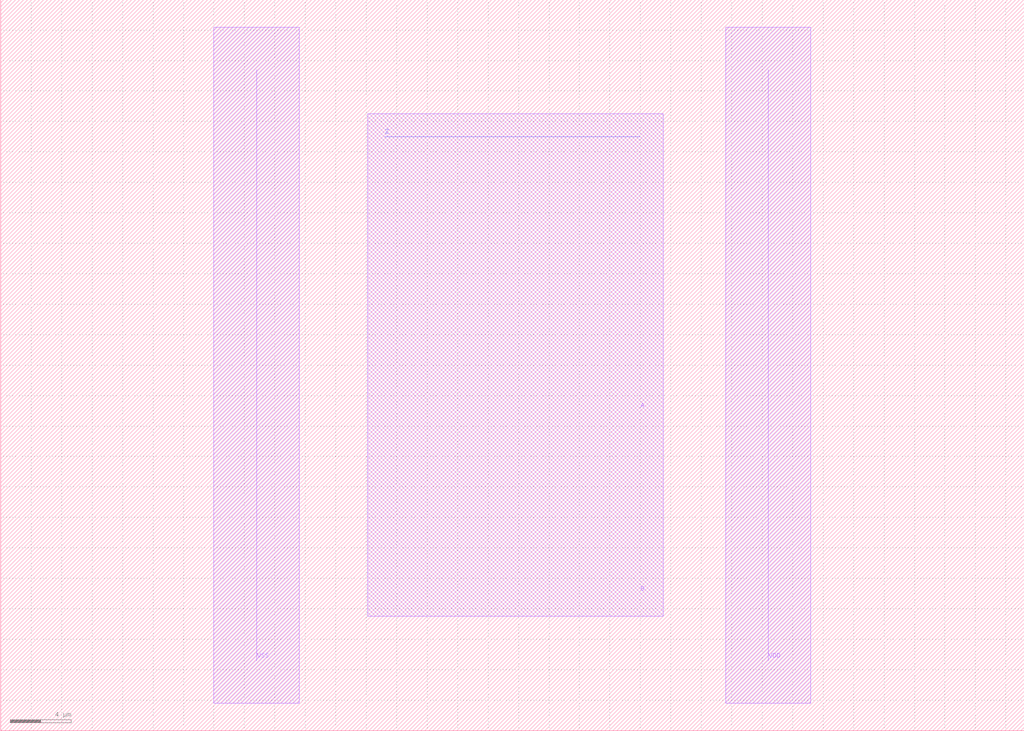
<source format=lef>
MACRO AND2J
 EEQ AND2 ;
 FOREIGN AND2SJ ;
 SIZE 67.2 BY 48 ;
 SYMMETRY X Y ;
 ORIGIN 0 6 ;
 SITE CORE1 ;
 PIN Z DIRECTION OUTPUT ;
 PORT LAYER M2 ;
 PATH 25.2 33 42 33 ;
 END
END Z PIN A DIRECTION INPUT ;
 PORT LAYER M1 ;
 PATH 42 15 ;
 END
END A PIN B DIRECTION INPUT ;
 PORT LAYER M1 ;
 PATH 42 3 ;
 END
END B PIN VDD DIRECTION INOUT ;
 SHAPE FEEDTHRU ;
 PORT LAYER M1 ;
 WIDTH 5.6 ;
 PATH 50.4 -1.4 50.4 37.4 ;
 END
END VDD PIN VSS DIRECTION INOUT ;
 SHAPE FEEDTHRU ;
 PORT LAYER M1 ;
 WIDTH 5.6 ;
 PATH 16.8 -1.4 16.8 37.4 ;
 END
END VSS OBS LAYER M1 ;
 RECT 24.1 1.5 43.5 34.5 ;
 END
END AND2J 

</source>
